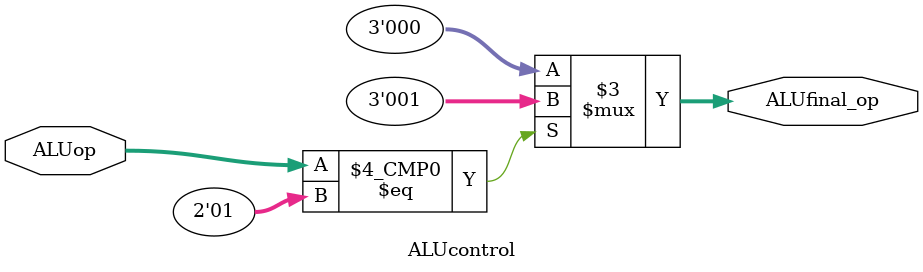
<source format=v>
`timescale 1ns / 1ps


module ALUcontrol(
    input [1:0]ALUop,
    output reg [2:0]ALUfinal_op
    );
    always @(*) begin
        case (ALUop)
            2'b01: ALUfinal_op=3'd1;
            default: ALUfinal_op=3'd0;
        endcase   
    end

endmodule

</source>
